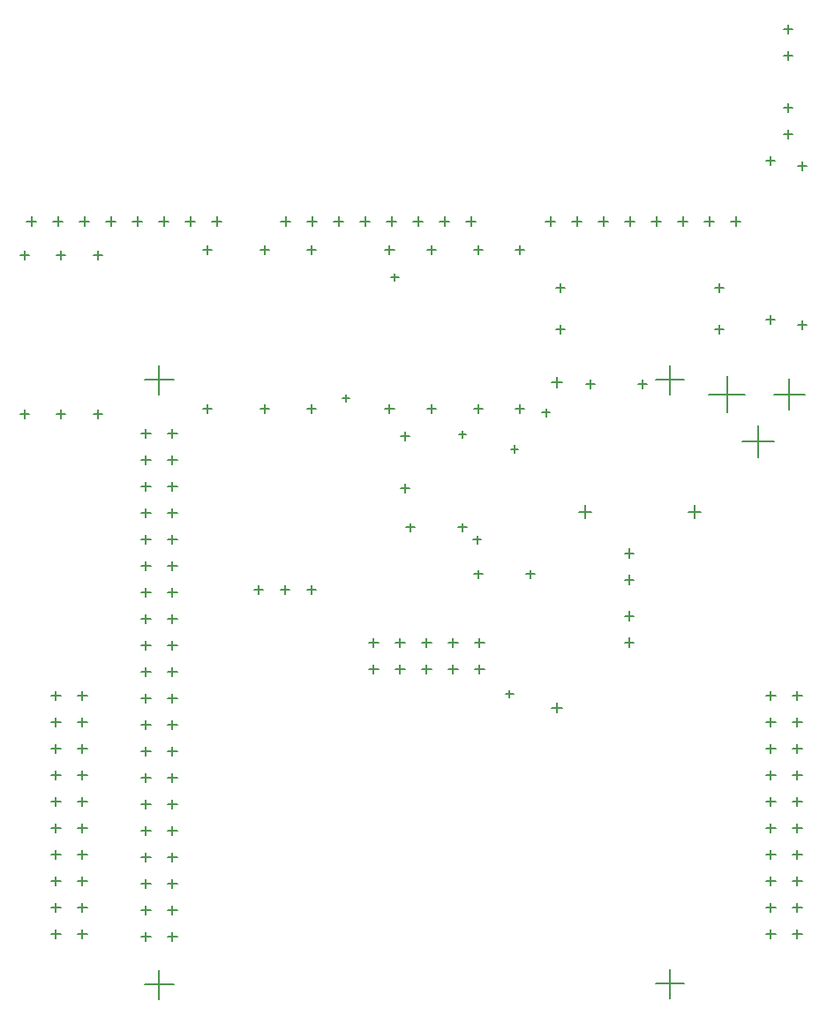
<source format=gbr>
G04 Layer_Color=128*
%FSLAX45Y45*%
%MOMM*%
%TF.FileFunction,Drillmap*%
%TF.Part,Single*%
G01*
G75*
%TA.AperFunction,NonConductor*%
%ADD68C,0.12700*%
D68*
X12509999Y11525001D02*
X12859999D01*
X12684999Y11350001D02*
Y11700001D01*
X13135004Y11525001D02*
X13435004D01*
X13285004Y11375001D02*
Y11675001D01*
X12834998Y11074999D02*
X13134998D01*
X12984998Y10924999D02*
Y11224999D01*
X11704998Y9146001D02*
X11794998D01*
X11749998Y9101001D02*
Y9191001D01*
X11704998Y9400001D02*
X11794998D01*
X11749998Y9355001D02*
Y9445001D01*
X11704998Y10000001D02*
X11794998D01*
X11749998Y9955001D02*
Y10045001D01*
X11704998Y9746001D02*
X11794998D01*
X11749998Y9701001D02*
Y9791001D01*
X13057500Y12238000D02*
X13142499D01*
X13099998Y12195500D02*
Y12280500D01*
X13057500Y13762000D02*
X13142499D01*
X13099998Y13719501D02*
Y13804500D01*
X9560001Y10624998D02*
X9640001D01*
X9600001Y10584998D02*
Y10664998D01*
X9560001Y11125002D02*
X9640001D01*
X9600001Y11085002D02*
Y11165002D01*
X5907501Y12861996D02*
X5992501D01*
X5950001Y12819496D02*
Y12904495D01*
X5907501Y11337996D02*
X5992501D01*
X5950001Y11295496D02*
Y11380496D01*
X6257503Y11337996D02*
X6342503D01*
X6300003Y11295496D02*
Y11380496D01*
X6257503Y12861996D02*
X6342503D01*
X6300003Y12819496D02*
Y12904495D01*
X6607499Y12862001D02*
X6692499D01*
X6649999Y12819501D02*
Y12904501D01*
X6607499Y11338001D02*
X6692499D01*
X6649999Y11295501D02*
Y11380501D01*
X7657500Y11387999D02*
X7742500D01*
X7700000Y11345499D02*
Y11430499D01*
X7657500Y12912000D02*
X7742500D01*
X7700000Y12869499D02*
Y12954498D01*
X12001501Y11662999D02*
X12276500D01*
X12139000Y11525499D02*
Y11800499D01*
X7101500Y5863001D02*
X7376500D01*
X7239000Y5725501D02*
Y6000501D01*
X12001501Y5871799D02*
X12276500D01*
X12139000Y5734299D02*
Y6009299D01*
X7101500Y11662999D02*
X7376500D01*
X7239000Y11525499D02*
Y11800499D01*
X9251400Y9144000D02*
X9341400D01*
X9296400Y9099000D02*
Y9189000D01*
X9251400Y8890000D02*
X9341400D01*
X9296400Y8845000D02*
Y8935000D01*
X9505400Y9144000D02*
X9595400D01*
X9550400Y9099000D02*
Y9189000D01*
X9505400Y8890000D02*
X9595400D01*
X9550400Y8845000D02*
Y8935000D01*
X9759400Y9144000D02*
X9849400D01*
X9804400Y9099000D02*
Y9189000D01*
X9759400Y8890000D02*
X9849400D01*
X9804400Y8845000D02*
Y8935000D01*
X10013400Y9144000D02*
X10103400D01*
X10058400Y9099000D02*
Y9189000D01*
X10013400Y8890000D02*
X10103400D01*
X10058400Y8845000D02*
Y8935000D01*
X10267400Y9144000D02*
X10357400D01*
X10312400Y9099000D02*
Y9189000D01*
X10267400Y8890000D02*
X10357400D01*
X10312400Y8845000D02*
Y8935000D01*
X12725897Y13184302D02*
X12815897D01*
X12770896Y13139302D02*
Y13229301D01*
X12471897Y13184302D02*
X12561896D01*
X12516896Y13139302D02*
Y13229301D01*
X12217897Y13184302D02*
X12307896D01*
X12262896Y13139302D02*
Y13229301D01*
X11963897Y13184302D02*
X12053896D01*
X12008896Y13139302D02*
Y13229301D01*
X11709897Y13184302D02*
X11799896D01*
X11754896Y13139302D02*
Y13229301D01*
X11455897Y13184302D02*
X11545896D01*
X11500896Y13139302D02*
Y13229301D01*
X11201897Y13184302D02*
X11291896D01*
X11246896Y13139302D02*
Y13229301D01*
X10947897Y13184302D02*
X11037896D01*
X10992896Y13139302D02*
Y13229301D01*
X10185897Y13184302D02*
X10275896D01*
X10230896Y13139302D02*
Y13229301D01*
X9931897Y13184302D02*
X10021896D01*
X9976896Y13139302D02*
Y13229301D01*
X9677897Y13184302D02*
X9767896D01*
X9722896Y13139302D02*
Y13229301D01*
X9423897Y13184302D02*
X9513896D01*
X9468896Y13139302D02*
Y13229301D01*
X9169897Y13184302D02*
X9259896D01*
X9214896Y13139302D02*
Y13229301D01*
X8915897Y13184302D02*
X9005896D01*
X8960896Y13139302D02*
Y13229301D01*
X8661897Y13184302D02*
X8751896D01*
X8706896Y13139302D02*
Y13229301D01*
X8407897Y13184302D02*
X8497896D01*
X8452896Y13139302D02*
Y13229301D01*
X7747497Y13184302D02*
X7837496D01*
X7792496Y13139302D02*
Y13229301D01*
X7493497Y13184302D02*
X7583496D01*
X7538496Y13139302D02*
Y13229301D01*
X7239497Y13184302D02*
X7329496D01*
X7284496Y13139302D02*
Y13229301D01*
X6985497Y13184302D02*
X7075496D01*
X7030496Y13139302D02*
Y13229301D01*
X6731497Y13184302D02*
X6821496D01*
X6776496Y13139302D02*
Y13229301D01*
X6477497Y13184302D02*
X6567496D01*
X6522496Y13139302D02*
Y13229301D01*
X6223497Y13184302D02*
X6313496D01*
X6268496Y13139302D02*
Y13229301D01*
X5969497Y13184302D02*
X6059496D01*
X6014496Y13139302D02*
Y13229301D01*
X13061400Y6350000D02*
X13151401D01*
X13106400Y6305000D02*
Y6395000D01*
X13315401Y6350000D02*
X13405400D01*
X13360400Y6305000D02*
Y6395000D01*
X13061400Y6604000D02*
X13151401D01*
X13106400Y6559000D02*
Y6649000D01*
X13315401Y6604000D02*
X13405400D01*
X13360400Y6559000D02*
Y6649000D01*
X13061400Y6858000D02*
X13151401D01*
X13106400Y6813000D02*
Y6903000D01*
X13315401Y6858000D02*
X13405400D01*
X13360400Y6813000D02*
Y6903000D01*
X13061400Y7112000D02*
X13151401D01*
X13106400Y7067000D02*
Y7157000D01*
X13315401Y7112000D02*
X13405400D01*
X13360400Y7067000D02*
Y7157000D01*
X13061400Y7366000D02*
X13151401D01*
X13106400Y7321000D02*
Y7411000D01*
X13315401Y7366000D02*
X13405400D01*
X13360400Y7321000D02*
Y7411000D01*
X13061400Y7620000D02*
X13151401D01*
X13106400Y7575000D02*
Y7665000D01*
X13315401Y7620000D02*
X13405400D01*
X13360400Y7575000D02*
Y7665000D01*
X13061400Y7874000D02*
X13151401D01*
X13106400Y7829000D02*
Y7919000D01*
X13315401Y7874000D02*
X13405400D01*
X13360400Y7829000D02*
Y7919000D01*
X13061400Y8128000D02*
X13151401D01*
X13106400Y8083000D02*
Y8173000D01*
X13315401Y8128000D02*
X13405400D01*
X13360400Y8083000D02*
Y8173000D01*
X13061400Y8382000D02*
X13151401D01*
X13106400Y8337000D02*
Y8427000D01*
X13315401Y8382000D02*
X13405400D01*
X13360400Y8337000D02*
Y8427000D01*
X13061400Y8636000D02*
X13151401D01*
X13106400Y8591000D02*
Y8681000D01*
X13315401Y8636000D02*
X13405400D01*
X13360400Y8591000D02*
Y8681000D01*
X6203400Y6350000D02*
X6293400D01*
X6248400Y6305000D02*
Y6395000D01*
X6457400Y6350000D02*
X6547400D01*
X6502400Y6305000D02*
Y6395000D01*
X6203400Y6604000D02*
X6293400D01*
X6248400Y6559000D02*
Y6649000D01*
X6457400Y6604000D02*
X6547400D01*
X6502400Y6559000D02*
Y6649000D01*
X6203400Y6858000D02*
X6293400D01*
X6248400Y6813000D02*
Y6903000D01*
X6457400Y6858000D02*
X6547400D01*
X6502400Y6813000D02*
Y6903000D01*
X6203400Y7112000D02*
X6293400D01*
X6248400Y7067000D02*
Y7157000D01*
X6457400Y7112000D02*
X6547400D01*
X6502400Y7067000D02*
Y7157000D01*
X6203400Y7366000D02*
X6293400D01*
X6248400Y7321000D02*
Y7411000D01*
X6457400Y7366000D02*
X6547400D01*
X6502400Y7321000D02*
Y7411000D01*
X6203400Y7620000D02*
X6293400D01*
X6248400Y7575000D02*
Y7665000D01*
X6457400Y7620000D02*
X6547400D01*
X6502400Y7575000D02*
Y7665000D01*
X6203400Y7874000D02*
X6293400D01*
X6248400Y7829000D02*
Y7919000D01*
X6457400Y7874000D02*
X6547400D01*
X6502400Y7829000D02*
Y7919000D01*
X6203400Y8128000D02*
X6293400D01*
X6248400Y8083000D02*
Y8173000D01*
X6457400Y8128000D02*
X6547400D01*
X6502400Y8083000D02*
Y8173000D01*
X6203400Y8382000D02*
X6293400D01*
X6248400Y8337000D02*
Y8427000D01*
X6457400Y8382000D02*
X6547400D01*
X6502400Y8337000D02*
Y8427000D01*
X6203400Y8636000D02*
X6293400D01*
X6248400Y8591000D02*
Y8681000D01*
X6457400Y8636000D02*
X6547400D01*
X6502400Y8591000D02*
Y8681000D01*
X7321000Y11150600D02*
X7411000D01*
X7366000Y11105600D02*
Y11195600D01*
X7067000Y11150600D02*
X7157000D01*
X7112000Y11105600D02*
Y11195600D01*
X7321000Y10896600D02*
X7411000D01*
X7366000Y10851600D02*
Y10941600D01*
X7067000Y10896600D02*
X7157000D01*
X7112000Y10851600D02*
Y10941600D01*
X7321000Y10642600D02*
X7411000D01*
X7366000Y10597600D02*
Y10687600D01*
X7067000Y10642600D02*
X7157000D01*
X7112000Y10597600D02*
Y10687600D01*
X7321000Y10388600D02*
X7411000D01*
X7366000Y10343600D02*
Y10433600D01*
X7067000Y10388600D02*
X7157000D01*
X7112000Y10343600D02*
Y10433600D01*
X7321000Y10134600D02*
X7411000D01*
X7366000Y10089600D02*
Y10179600D01*
X7067000Y10134600D02*
X7157000D01*
X7112000Y10089600D02*
Y10179600D01*
X7321000Y9880600D02*
X7411000D01*
X7366000Y9835600D02*
Y9925600D01*
X7067000Y9880600D02*
X7157000D01*
X7112000Y9835600D02*
Y9925600D01*
X7321000Y9626600D02*
X7411000D01*
X7366000Y9581600D02*
Y9671600D01*
X7067000Y9626600D02*
X7157000D01*
X7112000Y9581600D02*
Y9671600D01*
X7321000Y9372600D02*
X7411000D01*
X7366000Y9327600D02*
Y9417600D01*
X7067000Y9372600D02*
X7157000D01*
X7112000Y9327600D02*
Y9417600D01*
X7321000Y9118600D02*
X7411000D01*
X7366000Y9073600D02*
Y9163600D01*
X7067000Y9118600D02*
X7157000D01*
X7112000Y9073600D02*
Y9163600D01*
X7321000Y8864600D02*
X7411000D01*
X7366000Y8819600D02*
Y8909600D01*
X7067000Y8864600D02*
X7157000D01*
X7112000Y8819600D02*
Y8909600D01*
X7321000Y8610600D02*
X7411000D01*
X7366000Y8565600D02*
Y8655600D01*
X7067000Y8610600D02*
X7157000D01*
X7112000Y8565600D02*
Y8655600D01*
X7321000Y8356600D02*
X7411000D01*
X7366000Y8311600D02*
Y8401600D01*
X7067000Y8356600D02*
X7157000D01*
X7112000Y8311600D02*
Y8401600D01*
X7321000Y8102600D02*
X7411000D01*
X7366000Y8057600D02*
Y8147600D01*
X7067000Y8102600D02*
X7157000D01*
X7112000Y8057600D02*
Y8147600D01*
X7321000Y7848600D02*
X7411000D01*
X7366000Y7803600D02*
Y7893600D01*
X7067000Y7848600D02*
X7157000D01*
X7112000Y7803600D02*
Y7893600D01*
X7321000Y7594600D02*
X7411000D01*
X7366000Y7549600D02*
Y7639600D01*
X7067000Y7594600D02*
X7157000D01*
X7112000Y7549600D02*
Y7639600D01*
X7321000Y7340600D02*
X7411000D01*
X7366000Y7295600D02*
Y7385600D01*
X7067000Y7340600D02*
X7157000D01*
X7112000Y7295600D02*
Y7385600D01*
X7321000Y7086600D02*
X7411000D01*
X7366000Y7041600D02*
Y7131600D01*
X7067000Y7086600D02*
X7157000D01*
X7112000Y7041600D02*
Y7131600D01*
X7321000Y6832600D02*
X7411000D01*
X7366000Y6787600D02*
Y6877600D01*
X7067000Y6832600D02*
X7157000D01*
X7112000Y6787600D02*
Y6877600D01*
X7321000Y6578600D02*
X7411000D01*
X7366000Y6533600D02*
Y6623600D01*
X7067000Y6578600D02*
X7157000D01*
X7112000Y6533600D02*
Y6623600D01*
X7321000Y6324600D02*
X7411000D01*
X7366000Y6279600D02*
Y6369600D01*
X7067000Y6324600D02*
X7157000D01*
X7112000Y6279600D02*
Y6369600D01*
X10760004Y9800001D02*
X10840004D01*
X10800004Y9760001D02*
Y9840001D01*
X10260000Y9800001D02*
X10340000D01*
X10300000Y9760001D02*
Y9840001D01*
X9610000Y10249998D02*
X9690000D01*
X9650000Y10209998D02*
Y10289998D01*
X10110004Y10249998D02*
X10190004D01*
X10150004Y10209998D02*
Y10289998D01*
X11334999Y11625001D02*
X11414999D01*
X11374999Y11585001D02*
Y11665001D01*
X11835003Y11625001D02*
X11915003D01*
X11875003Y11585001D02*
Y11665001D01*
X8147003Y9649998D02*
X8237002D01*
X8192002Y9604998D02*
Y9694998D01*
X8401003Y9649998D02*
X8491002D01*
X8446002Y9604998D02*
Y9694998D01*
X8655003Y9649998D02*
X8745002D01*
X8700002Y9604998D02*
Y9694998D01*
X12569499Y12549998D02*
X12654499D01*
X12611999Y12507498D02*
Y12592498D01*
X11045499Y12549998D02*
X11130499D01*
X11087999Y12507498D02*
Y12592498D01*
X12569499Y12149999D02*
X12654499D01*
X12611999Y12107499D02*
Y12192499D01*
X11045499Y12149999D02*
X11130499D01*
X11087999Y12107499D02*
Y12192499D01*
X10257500Y12912000D02*
X10342500D01*
X10300000Y12869499D02*
Y12954498D01*
X10257500Y11387999D02*
X10342500D01*
X10300000Y11345499D02*
Y11430499D01*
X10657499Y12912000D02*
X10742499D01*
X10699999Y12869499D02*
Y12954498D01*
X10657499Y11387999D02*
X10742499D01*
X10699999Y11345499D02*
Y11430499D01*
X8657498Y11387999D02*
X8742498D01*
X8699998Y11345499D02*
Y11430499D01*
X8657498Y12912000D02*
X8742498D01*
X8699998Y12869499D02*
Y12954498D01*
X9807498Y11387999D02*
X9892498D01*
X9849998Y11345499D02*
Y11430499D01*
X9807498Y12912000D02*
X9892498D01*
X9849998Y12869499D02*
Y12954498D01*
X8207501Y12912000D02*
X8292501D01*
X8250001Y12869499D02*
Y12954498D01*
X8207501Y11387999D02*
X8292501D01*
X8250001Y11345499D02*
Y11430499D01*
X9407499Y12912000D02*
X9492499D01*
X9449999Y12869499D02*
Y12954498D01*
X9407499Y11387999D02*
X9492499D01*
X9449999Y11345499D02*
Y11430499D01*
X13368700Y12192000D02*
X13453700D01*
X13411200Y12149500D02*
Y12234500D01*
X13368700Y13716000D02*
X13453700D01*
X13411200Y13673500D02*
Y13758501D01*
X11267002Y10400000D02*
X11387002D01*
X11327002Y10340000D02*
Y10460000D01*
X12313000Y10400000D02*
X12433000D01*
X12373000Y10340000D02*
Y10460000D01*
X11002002Y11640000D02*
X11102002D01*
X11052002Y11590000D02*
Y11690000D01*
X11002002Y8520000D02*
X11102002D01*
X11052002Y8470000D02*
Y8570000D01*
X13231500Y14021501D02*
X13311501D01*
X13271500Y13981500D02*
Y14061501D01*
X13231500Y14275500D02*
X13311501D01*
X13271500Y14235501D02*
Y14315501D01*
X13233003Y15027000D02*
X13313004D01*
X13273003Y14987000D02*
Y15067000D01*
X13233003Y14773000D02*
X13313004D01*
X13273003Y14733000D02*
Y14813000D01*
X10914440Y11350000D02*
X10985560D01*
X10950000Y11314440D02*
Y11385560D01*
X10564440Y8650000D02*
X10635560D01*
X10600000Y8614440D02*
Y8685560D01*
X9464440Y12650000D02*
X9535560D01*
X9500000Y12614440D02*
Y12685560D01*
X10253980Y10129520D02*
X10325100D01*
X10289540Y10093960D02*
Y10165080D01*
X8994140Y11485880D02*
X9065260D01*
X9029700Y11450320D02*
Y11521440D01*
X10114940Y11140440D02*
X10186060D01*
X10150500Y11104880D02*
Y11176000D01*
X10614440Y11000000D02*
X10685560D01*
X10650000Y10964440D02*
Y11035560D01*
%TF.MD5,45074CDDB456B00413BDD4703135B71C*%
M02*

</source>
